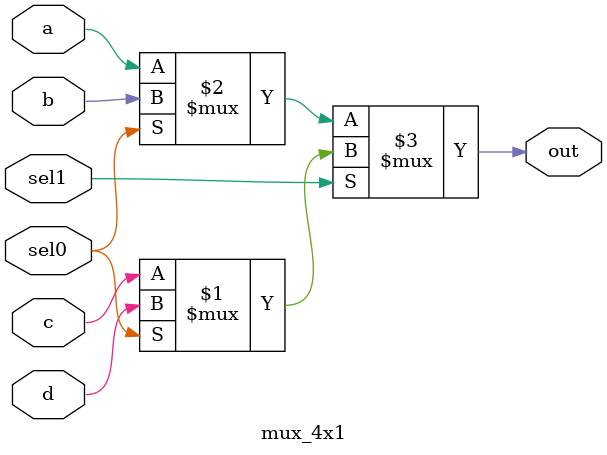
<source format=v>
module mux_4x1(a, b, c, d, sel0, sel1, out); // Create the module called mux_4x1

    // Inputs and outputs
    input a, b, c, d, sel0, sel1;
    output out;

    // {sel1, sel0}: {0,0} = a, {0,1} = b, {1,0} = c, {1,1} = d
    assign out = sel1 ? (sel0 ? d:c) : (sel0 ? b:a);

endmodule // Ends module mux_4x1
</source>
